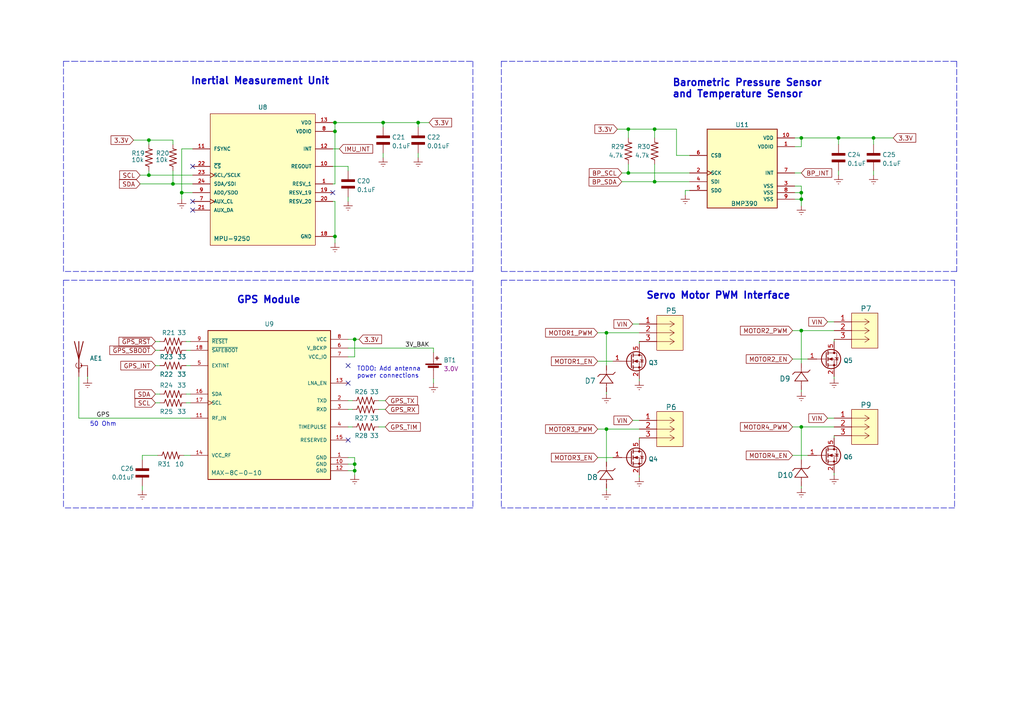
<source format=kicad_sch>
(kicad_sch (version 20211123) (generator eeschema)
  (paper "A4")
  (lib_symbols
    (symbol "Flight-Computer:0734120110" (pin_numbers hide) (pin_names (offset 1.016) hide)
      (property "Reference" "AE" (at -1.905 4.445 0))
      (symbol "0734120110_0_1"
        (arc (start -0.508 -1.143) (mid -0.8429 -2.1194) (end 0 -2.667))
        (arc (start 0 -2.667) (mid 0.7989 -2.1052) (end 0.508 -1.143))
        (polyline (pts (xy 0 -2.54) (xy 0 0)))
        (polyline (pts (xy 0 5.08) (xy 0 -3.81)) (stroke (width 0.254)))
        (polyline (pts (xy 0.762 -1.905) (xy 2.54 -1.905)))
        (polyline (pts (xy 2.54 -2.54) (xy 2.54 -1.905)))
        (polyline (pts (xy 1.27 5.08) (xy 0 0) (xy -1.27 5.08)) (stroke (width 0.254)))
        (circle (center 0.762 -1.905) (radius 0.1778) (fill (type outline)))
      )
      (symbol "0734120110_1_1"
        (pin input line (at 0 -5.08 90) (length 2.54) (name "A") (number "1"))
        (pin input line (at 2.54 -5.08 90) (length 2.54) (name "Shield") (number "2"))
      )
    )
    (symbol "Flight-Computer:440054-3" (pin_names (offset 0.254) hide)
      (property "Reference" "P" (at 7.62 5.08 0))
      (symbol "440054-3_1_1"
        (polyline (pts (xy 10.16 -5.08) (xy 5.08 -5.08)) (stroke (width 0.127)))
        (polyline (pts (xy 10.16 -5.08) (xy 8.89 -5.9182)) (stroke (width 0.127)))
        (polyline (pts (xy 10.16 -5.08) (xy 8.89 -4.2418)) (stroke (width 0.127)))
        (polyline (pts (xy 10.16 -2.54) (xy 5.08 -2.54)) (stroke (width 0.127)))
        (polyline (pts (xy 10.16 -2.54) (xy 8.89 -3.3782)) (stroke (width 0.127)))
        (polyline (pts (xy 10.16 -2.54) (xy 8.89 -1.7018)) (stroke (width 0.127)))
        (polyline (pts (xy 10.16 0) (xy 5.08 0)) (stroke (width 0.127)))
        (polyline (pts (xy 10.16 0) (xy 8.89 -0.8382)) (stroke (width 0.127)))
        (polyline (pts (xy 10.16 0) (xy 8.89 0.8382)) (stroke (width 0.127)))
        (rectangle (start 5.08 2.54) (end 12.7 -7.62) (stroke (width 0.1524)) (fill (type background)))
        (pin passive line (at 0 0 0) (length 5.08) (name "+12V") (number "1"))
        (pin passive line (at 0 -2.54 0) (length 5.08) (name "GND") (number "2"))
        (pin passive line (at 0 -5.08 0) (length 5.08) (name "3") (number "3"))
      )
    )
    (symbol "Flight-Computer:BMP390" (pin_names (offset 1.016))
      (property "Reference" "U" (at -2.54 13.335 0))
      (property "Value" "BMP390" (at -3.81 -9.525 0))
      (symbol "BMP390_0_0"
        (rectangle (start -10.16 -10.16) (end 10.16 12.7) (stroke (width 0.254)) (fill (type background)))
        (pin power_in line (at 15.24 7.62 180) (length 5.08) (name "VDDIO") (number "1"))
        (pin power_in line (at 15.24 10.16 180) (length 5.08) (name "VDD") (number "10"))
        (pin input clock (at -15.24 0 0) (length 5.08) (name "SCK") (number "2"))
        (pin power_in line (at 15.24 -3.81 180) (length 5.08) (name "VSS") (number "3"))
        (pin input line (at -15.24 -2.54 0) (length 5.08) (name "SDI") (number "4"))
        (pin output line (at -15.24 -5.08 0) (length 5.08) (name "SDO") (number "5"))
        (pin input line (at -15.24 5.08 0) (length 5.08) (name "CSB") (number "6"))
        (pin output line (at 15.24 0 180) (length 5.08) (name "INT") (number "7"))
        (pin power_in line (at 15.24 -5.715 180) (length 5.08) (name "VSS") (number "8"))
        (pin power_in line (at 15.24 -7.62 180) (length 5.08) (name "VSS") (number "9"))
      )
    )
    (symbol "Flight-Computer:CAP_0603" (pin_numbers hide) (pin_names (offset 1.016) hide)
      (property "Reference" "C" (at -1.27 3.81 0))
      (property "Value" "CAP_0603" (at -3.81 -3.81 0))
      (symbol "CAP_0603_0_0"
        (rectangle (start -1.27 -1.905) (end -0.635 1.905) (fill (type outline)))
        (rectangle (start 0.635 -1.905) (end 1.27 1.905) (fill (type outline)))
        (pin passive line (at 3.81 0 180) (length 2.54) (name "~") (number "1"))
        (pin passive line (at -3.81 0 0) (length 2.54) (name "~") (number "2"))
      )
    )
    (symbol "Flight-Computer:Earth" (power) (pin_names (offset 0))
      (symbol "Earth_0_1"
        (polyline (pts (xy -0.635 -1.905) (xy 0.635 -1.905)))
        (polyline (pts (xy -0.127 -2.54) (xy 0.127 -2.54)))
        (polyline (pts (xy 0 -1.27) (xy 0 0)))
        (polyline (pts (xy 1.27 -1.27) (xy -1.27 -1.27)))
      )
      (symbol "Earth_1_1"
        (pin power_in line (at 0 0 270) (length 0) hide (name "Earth") (number "1"))
      )
    )
    (symbol "Flight-Computer:MAX-8C-0-10" (pin_names (offset 1.016))
      (property "Reference" "U" (at -1.27 21.59 0))
      (property "Value" "MAX-8C-0-10" (at -17.145 -21.59 0))
      (symbol "MAX-8C-0-10_0_0"
        (rectangle (start -17.78 -22.86) (end 17.78 20.32) (stroke (width 0.254)) (fill (type background)))
        (pin power_in line (at 22.86 -16.51 180) (length 5.08) (name "GND") (number "1"))
        (pin power_in line (at 22.86 -18.415 180) (length 5.08) (name "GND") (number "10"))
        (pin input line (at -22.86 -5.08 0) (length 5.08) (name "RF_IN") (number "11"))
        (pin power_in line (at 22.86 -20.32 180) (length 5.08) (name "GND") (number "12"))
        (pin output line (at 22.86 5.08 180) (length 5.08) (name "LNA_EN") (number "13"))
        (pin power_in line (at -22.86 -15.875 0) (length 5.08) (name "VCC_RF") (number "14"))
        (pin passive line (at 22.86 -11.43 180) (length 5.08) (name "RESERVED") (number "15"))
        (pin bidirectional line (at -22.86 1.905 0) (length 5.08) (name "SDA") (number "16"))
        (pin input clock (at -22.86 -0.635 0) (length 5.08) (name "SCL") (number "17"))
        (pin input line (at -22.86 14.605 0) (length 5.08) (name "~{SAFEBOOT}") (number "18"))
        (pin output line (at 22.86 0 180) (length 5.08) (name "TXD") (number "2"))
        (pin input line (at 22.86 -2.54 180) (length 5.08) (name "RXD") (number "3"))
        (pin output line (at 22.86 -7.62 180) (length 5.08) (name "TIMEPULSE") (number "4"))
        (pin input line (at -22.86 10.16 0) (length 5.08) (name "EXTINT") (number "5"))
        (pin power_in line (at 22.86 15.24 180) (length 5.08) (name "V_BCKP") (number "6"))
        (pin power_in line (at 22.86 12.7 180) (length 5.08) (name "VCC_IO") (number "7"))
        (pin power_in line (at 22.86 17.78 180) (length 5.08) (name "VCC") (number "8"))
        (pin input line (at -22.86 17.145 0) (length 5.08) (name "~{RESET}") (number "9"))
      )
    )
    (symbol "Flight-Computer:MM3Z3V3B" (pin_numbers hide) (pin_names hide)
      (property "Reference" "D" (at -3.81 -3.175 0))
      (symbol "MM3Z3V3B_0_1"
        (polyline (pts (xy -1.905 1.905) (xy -2.54 1.27)) (stroke (width 0.2032)))
        (polyline (pts (xy 1.905 1.905) (xy 2.54 2.54)) (stroke (width 0.2032)))
      )
      (symbol "MM3Z3V3B_1_1"
        (polyline (pts (xy -1.905 -0.635) (xy 1.905 -0.635)) (stroke (width 0.2032)))
        (polyline (pts (xy 0 -1.905) (xy 0 -0.9652)) (stroke (width 0.1524)))
        (polyline (pts (xy 0 -1.27) (xy 0 -0.635)) (stroke (width 0.1524)))
        (polyline (pts (xy 0 1.905) (xy -1.905 -0.635)) (stroke (width 0.2032)))
        (polyline (pts (xy 0 1.905) (xy 0 3.175)) (stroke (width 0.1524)))
        (polyline (pts (xy 1.905 -0.635) (xy 0 1.905)) (stroke (width 0.2032)))
        (polyline (pts (xy 1.905 1.905) (xy -1.905 1.905)) (stroke (width 0.2032)))
        (pin passive line (at 0 4.445 270) (length 1.27) (name "1") (number "1"))
        (pin passive line (at 0 -3.175 90) (length 1.27) (name "2") (number "2"))
      )
    )
    (symbol "Flight-Computer:MPU-9250" (pin_names (offset 1.016))
      (property "Reference" "U" (at -15.2654 20.8534 0))
      (property "Value" "MPU-9250" (at -14.605 -17.145 0))
      (symbol "MPU-9250_0_0"
        (rectangle (start -15.24 -17.78) (end 15.24 20.32) (stroke (width 0.1524)) (fill (type background)))
        (pin passive line (at 20.32 0 180) (length 5.08) (name "RESV_1") (number "1"))
        (pin output line (at 20.32 5.08 180) (length 5.08) (name "REGOUT") (number "10"))
        (pin input line (at -20.32 10.16 0) (length 5.08) (name "FSYNC") (number "11"))
        (pin output line (at 20.32 10.16 180) (length 5.08) (name "INT") (number "12"))
        (pin power_in line (at 20.32 17.78 180) (length 5.08) (name "VDD") (number "13"))
        (pin power_in line (at 20.32 -15.24 180) (length 5.08) (name "GND") (number "18"))
        (pin passive line (at 20.32 -2.54 180) (length 5.08) (name "RESV_19") (number "19"))
        (pin passive line (at 20.32 -5.08 180) (length 5.08) (name "RESV_20") (number "20"))
        (pin input line (at -20.32 -7.62 0) (length 5.08) (name "AUX_DA") (number "21"))
        (pin input line (at -20.32 5.08 0) (length 5.08) (name "~{CS}") (number "22"))
        (pin input clock (at -20.32 2.54 0) (length 5.08) (name "SCL/SCLK") (number "23"))
        (pin bidirectional line (at -20.32 0 0) (length 5.08) (name "SDA/SDI") (number "24"))
        (pin input clock (at -20.32 -5.08 0) (length 5.08) (name "AUX_CL") (number "7"))
        (pin power_in line (at 20.32 15.24 180) (length 5.08) (name "VDDIO") (number "8"))
        (pin output line (at -20.32 -2.54 0) (length 5.08) (name "AD0/SDO") (number "9"))
      )
    )
    (symbol "Flight-Computer:MS614SE-FL28E" (pin_numbers hide) (pin_names (offset 0) hide)
      (property "Reference" "BT" (at 2.54 2.54 0))
      (property "Voltage" "3.0V" (at 4.445 0 0))
      (symbol "MS614SE-FL28E_0_1"
        (rectangle (start -2.286 1.778) (end 2.286 1.524) (fill (type outline)))
        (rectangle (start -1.5748 1.1938) (end 1.4732 0.6858) (fill (type outline)))
        (polyline (pts (xy 0 0.762) (xy 0 0)))
        (polyline (pts (xy 0 1.778) (xy 0 2.54)))
        (polyline (pts (xy 0.508 3.429) (xy 1.524 3.429)) (stroke (width 0.254)))
        (polyline (pts (xy 1.016 3.937) (xy 1.016 2.921)) (stroke (width 0.254)))
      )
      (symbol "MS614SE-FL28E_1_1"
        (pin passive line (at 0 5.08 270) (length 2.54) (name "+") (number "1"))
        (pin passive line (at 0 -2.54 90) (length 2.54) (name "-") (number "2"))
      )
    )
    (symbol "Flight-Computer:QS5U17TR" (pin_names hide)
      (property "Reference" "Q" (at 5.08 1.905 0))
      (symbol "QS5U17TR_0_1"
        (polyline (pts (xy 0.254 0) (xy -2.54 0)))
        (polyline (pts (xy 0.254 1.905) (xy 0.254 -1.905)) (stroke (width 0.254)))
        (polyline (pts (xy 0.762 -1.27) (xy 0.762 -2.286)) (stroke (width 0.254)))
        (polyline (pts (xy 0.762 0.508) (xy 0.762 -0.508)) (stroke (width 0.254)))
        (polyline (pts (xy 0.762 2.286) (xy 0.762 1.27)) (stroke (width 0.254)))
        (polyline (pts (xy 2.54 2.54) (xy 2.54 1.778)))
        (polyline (pts (xy 2.54 -2.54) (xy 2.54 0) (xy 0.762 0)))
        (polyline (pts (xy 0.762 -1.778) (xy 3.302 -1.778) (xy 3.302 1.778) (xy 0.762 1.778)))
        (polyline (pts (xy 1.016 0) (xy 2.032 0.381) (xy 2.032 -0.381) (xy 1.016 0)) (fill (type outline)))
        (polyline (pts (xy 2.794 0.508) (xy 2.921 0.381) (xy 3.683 0.381) (xy 3.81 0.254)))
        (polyline (pts (xy 3.302 0.381) (xy 2.921 -0.254) (xy 3.683 -0.254) (xy 3.302 0.381)))
        (circle (center 1.651 0) (radius 2.794) (stroke (width 0.254)))
        (circle (center 2.54 -1.778) (radius 0.254) (fill (type outline)))
        (circle (center 2.54 1.778) (radius 0.254) (fill (type outline)))
      )
      (symbol "QS5U17TR_1_1"
        (pin input line (at -5.08 0 0) (length 2.54) (name "G") (number "1"))
        (pin passive line (at 2.54 -5.08 90) (length 2.54) (name "S") (number "2"))
        (pin passive line (at 2.54 5.08 270) (length 2.54) (name "D") (number "5"))
      )
    )
    (symbol "Flight-Computer:RES_0603" (pin_numbers hide) (pin_names (offset 1.016) hide)
      (property "Reference" "R" (at -1.27 1.27 0))
      (property "Value" "RES_0603" (at -3.81 -2.54 0))
      (symbol "RES_0603_0_0"
        (polyline (pts (xy -2.54 0) (xy -2.159 1.016)) (stroke (width 0.2032)))
        (polyline (pts (xy -2.159 1.016) (xy -1.524 -1.016)) (stroke (width 0.2032)))
        (polyline (pts (xy -1.524 -1.016) (xy -0.889 1.016)) (stroke (width 0.2032)))
        (polyline (pts (xy -0.889 1.016) (xy -0.254 -1.016)) (stroke (width 0.2032)))
        (polyline (pts (xy -0.254 -1.016) (xy 0.381 1.016)) (stroke (width 0.2032)))
        (polyline (pts (xy 0.381 1.016) (xy 1.016 -1.016)) (stroke (width 0.2032)))
        (polyline (pts (xy 1.016 -1.016) (xy 1.651 1.016)) (stroke (width 0.2032)))
        (polyline (pts (xy 1.651 1.016) (xy 2.286 -1.016)) (stroke (width 0.2032)))
        (polyline (pts (xy 2.286 -1.016) (xy 2.54 0)) (stroke (width 0.2032)))
        (pin passive line (at -3.81 0 0) (length 1.27) (name "~") (number "1"))
        (pin passive line (at 3.81 0 180) (length 1.27) (name "~") (number "2"))
      )
    )
  )
  (junction (at 175.895 124.46))
  (junction (at 97.155 68.58))
  (junction (at 43.18 50.8))
  (junction (at 102.87 98.425))
  (junction (at 232.41 95.885))
  (junction (at 189.865 37.465))
  (junction (at 243.205 40.005))
  (junction (at 232.41 57.785))
  (junction (at 232.41 55.88))
  (junction (at 97.155 38.1))
  (junction (at 232.41 40.005))
  (junction (at 111.125 35.56))
  (junction (at 102.87 134.62))
  (junction (at 253.365 40.005))
  (junction (at 43.18 40.64))
  (junction (at 97.155 35.56))
  (junction (at 50.165 53.34))
  (junction (at 232.41 123.825))
  (junction (at 102.87 136.525))
  (junction (at 175.895 96.52))
  (junction (at 182.245 50.165))
  (junction (at 189.865 52.705))
  (junction (at 182.245 37.465))
  (junction (at 121.285 35.56))
  (junction (at 52.705 55.88))
  (no_connect (at 100.965 106.045))
  (no_connect (at 100.965 127.635))
  (no_connect (at 100.965 111.125))
  (no_connect (at 96.52 55.88))
  (no_connect (at 55.88 48.26))
  (no_connect (at 55.88 58.42))
  (no_connect (at 55.88 60.96))
  (wire (pts (xy 41.275 140.97) (xy 41.275 142.24)))
  (wire (pts (xy 53.975 106.045) (xy 55.245 106.045)))
  (wire (pts (xy 179.07 37.465) (xy 182.245 37.465)))
  (wire (pts (xy 100.965 136.525) (xy 102.87 136.525)))
  (wire (pts (xy 241.935 126.365) (xy 241.935 127)))
  (wire (pts (xy 97.155 68.58) (xy 97.155 70.485)))
  (wire (pts (xy 180.34 52.705) (xy 189.865 52.705)))
  (wire (pts (xy 185.42 109.855) (xy 185.42 110.49)))
  (wire (pts (xy 97.155 58.42) (xy 97.155 68.58)))
  (wire (pts (xy 241.935 98.425) (xy 241.935 99.06)))
  (wire (pts (xy 40.64 50.8) (xy 43.18 50.8)))
  (wire (pts (xy 232.41 40.005) (xy 243.205 40.005)))
  (wire (pts (xy 180.34 50.165) (xy 182.245 50.165)))
  (polyline (pts (xy 137.16 147.32) (xy 18.415 147.32)))
  (wire (pts (xy 40.64 53.34) (xy 50.165 53.34)))
  (wire (pts (xy 196.215 37.465) (xy 196.215 45.085)))
  (wire (pts (xy 230.505 40.005) (xy 232.41 40.005)))
  (wire (pts (xy 45.085 101.6) (xy 46.355 101.6)))
  (wire (pts (xy 45.085 99.06) (xy 46.355 99.06)))
  (wire (pts (xy 102.87 136.525) (xy 102.87 137.795)))
  (wire (pts (xy 97.155 35.56) (xy 111.125 35.56)))
  (wire (pts (xy 96.52 58.42) (xy 97.155 58.42)))
  (wire (pts (xy 52.705 43.18) (xy 52.705 55.88)))
  (wire (pts (xy 229.87 104.14) (xy 234.315 104.14)))
  (polyline (pts (xy 18.415 17.78) (xy 20.955 17.78)))
  (wire (pts (xy 232.41 113.03) (xy 232.41 113.665)))
  (wire (pts (xy 173.355 124.46) (xy 175.895 124.46)))
  (wire (pts (xy 100.965 116.205) (xy 102.235 116.205)))
  (polyline (pts (xy 276.86 81.28) (xy 276.86 147.32)))
  (polyline (pts (xy 18.415 78.74) (xy 18.415 17.78)))
  (wire (pts (xy 232.41 95.885) (xy 241.935 95.885)))
  (wire (pts (xy 102.87 98.425) (xy 104.14 98.425)))
  (wire (pts (xy 100.965 123.825) (xy 102.235 123.825)))
  (wire (pts (xy 229.87 132.08) (xy 234.315 132.08)))
  (wire (pts (xy 241.935 137.16) (xy 241.935 137.795)))
  (wire (pts (xy 96.52 38.1) (xy 97.155 38.1)))
  (wire (pts (xy 185.42 99.06) (xy 185.42 99.695)))
  (wire (pts (xy 243.205 40.005) (xy 253.365 40.005)))
  (wire (pts (xy 50.165 53.34) (xy 55.88 53.34)))
  (wire (pts (xy 55.245 121.285) (xy 22.86 121.285)))
  (wire (pts (xy 97.155 53.34) (xy 97.155 38.1)))
  (wire (pts (xy 45.085 116.84) (xy 46.355 116.84)))
  (wire (pts (xy 121.285 35.56) (xy 124.46 35.56)))
  (wire (pts (xy 200.025 55.245) (xy 198.755 55.245)))
  (wire (pts (xy 229.87 95.885) (xy 232.41 95.885)))
  (wire (pts (xy 175.895 96.52) (xy 185.42 96.52)))
  (wire (pts (xy 198.755 55.245) (xy 198.755 56.515)))
  (wire (pts (xy 50.165 40.64) (xy 50.165 41.91)))
  (wire (pts (xy 45.085 106.045) (xy 46.355 106.045)))
  (wire (pts (xy 100.965 118.745) (xy 102.235 118.745)))
  (wire (pts (xy 230.505 53.975) (xy 232.41 53.975)))
  (polyline (pts (xy 276.86 147.32) (xy 145.415 147.32)))
  (wire (pts (xy 43.18 49.53) (xy 43.18 50.8)))
  (wire (pts (xy 253.365 49.53) (xy 253.365 50.8)))
  (wire (pts (xy 96.52 43.18) (xy 98.425 43.18)))
  (wire (pts (xy 102.87 132.715) (xy 102.87 134.62)))
  (wire (pts (xy 45.085 114.3) (xy 46.355 114.3)))
  (wire (pts (xy 241.935 109.22) (xy 241.935 109.855)))
  (wire (pts (xy 232.41 95.885) (xy 232.41 105.41)))
  (wire (pts (xy 100.965 103.505) (xy 102.87 103.505)))
  (wire (pts (xy 182.245 37.465) (xy 189.865 37.465)))
  (wire (pts (xy 52.705 55.88) (xy 52.705 57.785)))
  (wire (pts (xy 43.18 50.8) (xy 55.88 50.8)))
  (polyline (pts (xy 18.415 81.28) (xy 18.415 147.32)))
  (polyline (pts (xy 145.415 81.28) (xy 145.415 147.32)))
  (wire (pts (xy 183.515 93.98) (xy 185.42 93.98)))
  (wire (pts (xy 100.965 57.15) (xy 100.965 58.42)))
  (wire (pts (xy 109.855 116.205) (xy 111.76 116.205)))
  (wire (pts (xy 232.41 123.825) (xy 232.41 133.35)))
  (wire (pts (xy 100.965 132.715) (xy 102.87 132.715)))
  (wire (pts (xy 121.285 44.45) (xy 121.285 45.72)))
  (wire (pts (xy 55.88 43.18) (xy 52.705 43.18)))
  (wire (pts (xy 102.87 134.62) (xy 102.87 136.525)))
  (wire (pts (xy 232.41 42.545) (xy 232.41 40.005)))
  (wire (pts (xy 183.515 121.92) (xy 185.42 121.92)))
  (wire (pts (xy 243.205 49.53) (xy 243.205 50.8)))
  (wire (pts (xy 125.73 109.855) (xy 125.73 111.125)))
  (polyline (pts (xy 145.415 17.78) (xy 277.495 17.78)))
  (wire (pts (xy 100.965 48.26) (xy 100.965 49.53)))
  (wire (pts (xy 100.965 100.965) (xy 125.73 100.965)))
  (wire (pts (xy 96.52 68.58) (xy 97.155 68.58)))
  (wire (pts (xy 175.895 141.605) (xy 175.895 142.24)))
  (wire (pts (xy 230.505 57.785) (xy 232.41 57.785)))
  (wire (pts (xy 111.125 44.45) (xy 111.125 45.72)))
  (wire (pts (xy 96.52 35.56) (xy 97.155 35.56)))
  (wire (pts (xy 53.975 114.3) (xy 55.245 114.3)))
  (wire (pts (xy 102.87 103.505) (xy 102.87 98.425)))
  (wire (pts (xy 175.895 124.46) (xy 175.895 133.985)))
  (wire (pts (xy 109.855 118.745) (xy 111.76 118.745)))
  (wire (pts (xy 96.52 48.26) (xy 100.965 48.26)))
  (wire (pts (xy 253.365 40.005) (xy 253.365 41.91)))
  (wire (pts (xy 243.205 40.005) (xy 243.205 41.91)))
  (wire (pts (xy 25.4 109.22) (xy 25.4 109.855)))
  (wire (pts (xy 175.895 113.665) (xy 175.895 114.3)))
  (wire (pts (xy 240.03 121.285) (xy 241.935 121.285)))
  (wire (pts (xy 22.86 109.22) (xy 22.86 121.285)))
  (polyline (pts (xy 145.415 81.28) (xy 276.86 81.28)))
  (polyline (pts (xy 137.16 81.28) (xy 137.16 147.32)))
  (wire (pts (xy 173.355 132.715) (xy 177.8 132.715)))
  (wire (pts (xy 230.505 55.88) (xy 232.41 55.88)))
  (wire (pts (xy 109.855 123.825) (xy 111.76 123.825)))
  (wire (pts (xy 175.895 96.52) (xy 175.895 106.045)))
  (wire (pts (xy 229.87 123.825) (xy 232.41 123.825)))
  (wire (pts (xy 53.975 116.84) (xy 55.245 116.84)))
  (wire (pts (xy 53.975 99.06) (xy 55.245 99.06)))
  (wire (pts (xy 232.41 55.88) (xy 232.41 57.785)))
  (wire (pts (xy 232.41 57.785) (xy 232.41 59.69)))
  (wire (pts (xy 121.285 35.56) (xy 121.285 36.83)))
  (polyline (pts (xy 137.16 78.74) (xy 18.415 78.74)))
  (wire (pts (xy 182.245 50.165) (xy 200.025 50.165)))
  (wire (pts (xy 189.865 37.465) (xy 196.215 37.465)))
  (wire (pts (xy 189.865 47.625) (xy 189.865 52.705)))
  (wire (pts (xy 230.505 50.165) (xy 232.41 50.165)))
  (wire (pts (xy 196.215 45.085) (xy 200.025 45.085)))
  (wire (pts (xy 111.125 35.56) (xy 111.125 36.83)))
  (wire (pts (xy 43.18 40.64) (xy 43.18 41.91)))
  (wire (pts (xy 232.41 123.825) (xy 241.935 123.825)))
  (wire (pts (xy 55.88 55.88) (xy 52.705 55.88)))
  (wire (pts (xy 125.73 100.965) (xy 125.73 102.235)))
  (wire (pts (xy 185.42 127) (xy 185.42 127.635)))
  (polyline (pts (xy 18.415 81.28) (xy 137.16 81.28)))
  (wire (pts (xy 53.34 132.08) (xy 55.245 132.08)))
  (wire (pts (xy 253.365 40.005) (xy 259.08 40.005)))
  (polyline (pts (xy 277.495 17.78) (xy 277.495 78.74)))
  (wire (pts (xy 173.355 96.52) (xy 175.895 96.52)))
  (wire (pts (xy 189.865 37.465) (xy 189.865 40.005)))
  (polyline (pts (xy 137.16 17.78) (xy 137.16 78.74)))
  (wire (pts (xy 41.275 132.08) (xy 41.275 133.35)))
  (polyline (pts (xy 145.415 17.78) (xy 145.415 78.74)))
  (wire (pts (xy 38.735 40.64) (xy 43.18 40.64)))
  (polyline (pts (xy 20.955 17.78) (xy 137.16 17.78)))
  (wire (pts (xy 240.03 93.345) (xy 241.935 93.345)))
  (wire (pts (xy 175.895 124.46) (xy 185.42 124.46)))
  (wire (pts (xy 232.41 53.975) (xy 232.41 55.88)))
  (wire (pts (xy 232.41 140.97) (xy 232.41 141.605)))
  (wire (pts (xy 100.965 134.62) (xy 102.87 134.62)))
  (wire (pts (xy 96.52 53.34) (xy 97.155 53.34)))
  (wire (pts (xy 182.245 47.625) (xy 182.245 50.165)))
  (wire (pts (xy 185.42 137.795) (xy 185.42 138.43)))
  (wire (pts (xy 173.355 104.775) (xy 177.8 104.775)))
  (wire (pts (xy 230.505 42.545) (xy 232.41 42.545)))
  (wire (pts (xy 97.155 38.1) (xy 97.155 35.56)))
  (wire (pts (xy 43.18 40.64) (xy 50.165 40.64)))
  (wire (pts (xy 53.975 101.6) (xy 55.245 101.6)))
  (wire (pts (xy 100.965 98.425) (xy 102.87 98.425)))
  (wire (pts (xy 189.865 52.705) (xy 200.025 52.705)))
  (wire (pts (xy 45.72 132.08) (xy 41.275 132.08)))
  (wire (pts (xy 111.125 35.56) (xy 121.285 35.56)))
  (wire (pts (xy 50.165 49.53) (xy 50.165 53.34)))
  (wire (pts (xy 182.245 37.465) (xy 182.245 40.005)))
  (polyline (pts (xy 277.495 78.74) (xy 145.415 78.74)))
  (text "TODO: Add antenna\npower connections" (at 103.505 109.855 0) (effects (font (size 1.27 1.27)) (justify left bottom)))
  (text "Servo Motor PWM Interface" (at 187.325 86.995 0) (effects (font (size 2.032 2.032) bold) (justify left bottom)))
  (text "50 Ohm\n" (at 26.035 123.825 0) (effects (font (size 1.27 1.27)) (justify left bottom)))
  (text "GPS Module" (at 68.58 88.265 0) (effects (font (size 2.032 2.032) bold) (justify left bottom)))
  (text "Barometric Pressure Sensor\nand Temperature Sensor" (at 194.945 28.575 0) (effects (font (size 2.032 2.032) bold) (justify left bottom)))
  (text "Inertial Measurement Unit" (at 55.245 24.765 0) (effects (font (size 2.032 2.032) bold) (justify left bottom)))
  (label "GPS" (at 27.94 121.285 0))
  (label "3V_BAK" (at 117.475 100.965 0))
  (global_label "3.3V" (shape input) (at 104.14 98.425 0) (property "Intersheet References" "${INTERSHEET_REFS}" (effects hide)))
  (global_label "IMU_INT" (shape input) (at 98.425 43.18 0) (property "Intersheet References" "${INTERSHEET_REFS}" (effects hide)))
  (global_label "VIN" (shape input) (at 240.03 121.285 180) (property "Intersheet References" "${INTERSHEET_REFS}" (effects hide)))
  (global_label "3.3V" (shape input) (at 124.46 35.56 0) (property "Intersheet References" "${INTERSHEET_REFS}" (effects hide)))
  (global_label "BP_INT" (shape input) (at 232.41 50.165 0) (property "Intersheet References" "${INTERSHEET_REFS}" (effects hide)))
  (global_label "SCL" (shape input) (at 40.64 50.8 180) (property "Intersheet References" "${INTERSHEET_REFS}" (effects hide)))
  (global_label "3.3V" (shape input) (at 38.735 40.64 180) (property "Intersheet References" "${INTERSHEET_REFS}" (effects hide)))
  (global_label "SDA" (shape input) (at 40.64 53.34 180) (property "Intersheet References" "${INTERSHEET_REFS}" (effects hide)))
  (global_label "SDA" (shape input) (at 45.085 114.3 180) (property "Intersheet References" "${INTERSHEET_REFS}" (effects hide)))
  (global_label "BP_SDA" (shape input) (at 180.34 52.705 180) (property "Intersheet References" "${INTERSHEET_REFS}" (effects hide)))
  (global_label "MOTOR1_EN" (shape input) (at 173.355 104.775 180) (property "Intersheet References" "${INTERSHEET_REFS}" (effects hide)))
  (global_label "GPS_TIM" (shape input) (at 111.76 123.825 0) (property "Intersheet References" "${INTERSHEET_REFS}" (effects hide)))
  (global_label "MOTOR2_PWM" (shape input) (at 229.87 95.885 180) (property "Intersheet References" "${INTERSHEET_REFS}" (effects hide)))
  (global_label "VIN" (shape input) (at 240.03 93.345 180) (property "Intersheet References" "${INTERSHEET_REFS}" (effects hide)))
  (global_label "MOTOR1_PWM" (shape input) (at 173.355 96.52 180) (property "Intersheet References" "${INTERSHEET_REFS}" (effects hide)))
  (global_label "VIN" (shape input) (at 183.515 93.98 180) (property "Intersheet References" "${INTERSHEET_REFS}" (effects hide)))
  (global_label "SCL" (shape input) (at 45.085 116.84 180) (property "Intersheet References" "${INTERSHEET_REFS}" (effects hide)))
  (global_label "GPS_INT" (shape input) (at 45.085 106.045 180) (property "Intersheet References" "${INTERSHEET_REFS}" (effects hide)))
  (global_label "MOTOR3_PWM" (shape input) (at 173.355 124.46 180) (property "Intersheet References" "${INTERSHEET_REFS}" (effects hide)))
  (global_label "MOTOR4_EN" (shape input) (at 229.87 132.08 180) (property "Intersheet References" "${INTERSHEET_REFS}" (effects hide)))
  (global_label "MOTOR3_EN" (shape input) (at 173.355 132.715 180) (property "Intersheet References" "${INTERSHEET_REFS}" (effects hide)))
  (global_label "3.3V" (shape input) (at 259.08 40.005 0) (property "Intersheet References" "${INTERSHEET_REFS}" (effects hide)))
  (global_label "~{GPS_RST}" (shape input) (at 45.085 99.06 180) (property "Intersheet References" "${INTERSHEET_REFS}" (effects hide)))
  (global_label "GPS_TX" (shape input) (at 111.76 116.205 0) (property "Intersheet References" "${INTERSHEET_REFS}" (effects hide)))
  (global_label "MOTOR2_EN" (shape input) (at 229.87 104.14 180) (property "Intersheet References" "${INTERSHEET_REFS}" (effects hide)))
  (global_label "GPS_RX" (shape input) (at 111.76 118.745 0) (property "Intersheet References" "${INTERSHEET_REFS}" (effects hide)))
  (global_label "~{GPS_SBOOT}" (shape input) (at 45.085 101.6 180) (property "Intersheet References" "${INTERSHEET_REFS}" (effects hide)))
  (global_label "3.3V" (shape input) (at 179.07 37.465 180) (property "Intersheet References" "${INTERSHEET_REFS}" (effects hide)))
  (global_label "VIN" (shape input) (at 183.515 121.92 180) (property "Intersheet References" "${INTERSHEET_REFS}" (effects hide)))
  (global_label "BP_SCL" (shape input) (at 180.34 50.165 180) (property "Intersheet References" "${INTERSHEET_REFS}" (effects hide)))
  (global_label "MOTOR4_PWM" (shape input) (at 229.87 123.825 180) (property "Intersheet References" "${INTERSHEET_REFS}" (effects hide)))
  (symbol (lib_id "Flight-Computer:440054-3") (at 241.935 121.285 0) (unit 1)
    (property "Reference" "P9" (at 249.555 117.475 0) (effects (font (size 1.524 1.524)) (justify left)))
    (property "Value" "440054-3" (effects hide))
    (property "Footprint" "CONN_4840.2201_SCH" (effects hide))
  )
  (symbol (lib_id "Flight-Computer:RES_0603") (at 50.165 116.84 0) (unit 1)
    (property "Reference" "R25" (at 48.26 119.38 0))
    (property "Value" "33" (at 52.705 119.38 0))
  )
  (symbol (lib_id "Flight-Computer:Earth") (at 41.275 142.24 0) (unit 1)
    (property "Reference" "#PWR057" (effects hide))
    (property "Value" "Earth" (effects hide))
  )
  (symbol (lib_id "Flight-Computer:440054-3") (at 185.42 93.98 0) (unit 1)
    (property "Reference" "P5" (at 193.04 90.17 0) (effects (font (size 1.524 1.524)) (justify left)))
    (property "Value" "440054-3" (effects hide))
    (property "Footprint" "CONN_4840.2201_SCH" (effects hide))
  )
  (symbol (lib_id "Flight-Computer:Earth") (at 97.155 70.485 0) (unit 1)
    (property "Reference" "#PWR034" (effects hide))
    (property "Value" "Earth" (effects hide))
  )
  (symbol (lib_id "Flight-Computer:Earth") (at 241.935 109.855 0) (unit 1)
    (property "Reference" "#PWR055" (effects hide))
    (property "Value" "Earth" (effects hide))
  )
  (symbol (lib_id "Flight-Computer:440054-3") (at 185.42 121.92 0) (unit 1)
    (property "Reference" "P6" (at 193.04 118.11 0) (effects (font (size 1.524 1.524)) (justify left)))
    (property "Value" "440054-3" (effects hide))
    (property "Footprint" "CONN_4840.2201_SCH" (effects hide))
  )
  (symbol (lib_id "Flight-Computer:Earth") (at 232.41 141.605 0) (unit 1)
    (property "Reference" "#PWR054" (effects hide))
    (property "Value" "Earth" (effects hide))
  )
  (symbol (lib_id "Flight-Computer:Earth") (at 175.895 114.3 0) (unit 1)
    (property "Reference" "#PWR050" (effects hide))
    (property "Value" "Earth" (effects hide))
  )
  (symbol (lib_id "Flight-Computer:QS5U17TR") (at 182.88 104.775 0) (unit 1)
    (property "Reference" "Q3" (at 188.087 105.2088 0) (effects (justify left)))
    (property "Value" "QS5U17TR" (effects hide))
    (property "Footprint" "Package_TO_SOT_THT:TO-92_Inline" (effects hide))
    (property "Datasheet" "https://www.onsemi.com/pub/Collateral/NDS7002A-D.PDF" (effects hide))
  )
  (symbol (lib_id "Flight-Computer:Earth") (at 52.705 57.785 0) (unit 1)
    (property "Reference" "#PWR033" (effects hide))
    (property "Value" "Earth" (effects hide))
  )
  (symbol (lib_id "Flight-Computer:RES_0603") (at 182.245 43.815 90) (unit 1)
    (property "Reference" "R29" (at 177.165 42.545 90) (effects (justify right)))
    (property "Value" "4.7k" (at 176.53 45.085 90) (effects (justify right)))
  )
  (symbol (lib_id "Flight-Computer:CAP_0603") (at 243.205 45.72 90) (unit 1)
    (property "Reference" "C24" (at 245.745 44.8853 90) (effects (justify right)))
    (property "Value" "0.1uF" (at 245.745 47.4222 90) (effects (justify right)))
  )
  (symbol (lib_id "Flight-Computer:Earth") (at 232.41 59.69 0) (unit 1)
    (property "Reference" "#PWR045" (effects hide))
    (property "Value" "Earth" (effects hide))
  )
  (symbol (lib_id "Flight-Computer:RES_0603") (at 189.865 43.815 90) (unit 1)
    (property "Reference" "R30" (at 184.785 42.545 90) (effects (justify right)))
    (property "Value" "4.7k" (at 184.15 45.085 90) (effects (justify right)))
  )
  (symbol (lib_id "Flight-Computer:CAP_0603") (at 111.125 40.64 90) (unit 1)
    (property "Reference" "C21" (at 113.665 39.8053 90) (effects (justify right)))
    (property "Value" "0.1uF" (at 113.665 42.3422 90) (effects (justify right)))
  )
  (symbol (lib_id "Flight-Computer:QS5U17TR") (at 182.88 132.715 0) (unit 1)
    (property "Reference" "Q4" (at 188.087 133.1488 0) (effects (justify left)))
    (property "Value" "QS5U17TR" (effects hide))
    (property "Footprint" "Package_TO_SOT_THT:TO-92_Inline" (effects hide))
    (property "Datasheet" "https://www.onsemi.com/pub/Collateral/NDS7002A-D.PDF" (effects hide))
  )
  (symbol (lib_id "Flight-Computer:RES_0603") (at 49.53 132.08 0) (unit 1)
    (property "Reference" "R31" (at 47.625 134.62 0))
    (property "Value" "10" (at 52.07 134.62 0))
  )
  (symbol (lib_id "Flight-Computer:RES_0603") (at 50.165 101.6 0) (unit 1)
    (property "Reference" "R22" (at 48.26 108.585 0))
    (property "Value" "33" (at 52.705 108.585 0))
  )
  (symbol (lib_id "Flight-Computer:Earth") (at 111.125 45.72 0) (unit 1)
    (property "Reference" "#PWR036" (effects hide))
    (property "Value" "Earth" (effects hide))
  )
  (symbol (lib_id "Flight-Computer:Earth") (at 100.965 58.42 0) (unit 1)
    (property "Reference" "#PWR035" (effects hide))
    (property "Value" "Earth" (effects hide))
  )
  (symbol (lib_id "Flight-Computer:BMP390") (at 215.265 50.165 0) (unit 1)
    (property "Reference" "U11" (at 215.265 36.195 0))
    (property "Value" "BMP390" (at 215.9 59.055 0))
    (property "Footprint" "XDCR_BMP390L" (effects hide))
  )
  (symbol (lib_id "Flight-Computer:RES_0603") (at 106.045 123.825 0) (unit 1)
    (property "Reference" "R28" (at 104.775 126.365 0))
    (property "Value" "33" (at 108.585 126.365 0))
  )
  (symbol (lib_id "Flight-Computer:CAP_0603") (at 121.285 40.64 90) (unit 1)
    (property "Reference" "C22" (at 123.825 39.8053 90) (effects (justify right)))
    (property "Value" "0.01uF" (at 123.825 42.3422 90) (effects (justify right)))
  )
  (symbol (lib_id "Flight-Computer:QS5U17TR") (at 239.395 104.14 0) (unit 1)
    (property "Reference" "Q5" (at 244.602 104.5738 0) (effects (justify left)))
    (property "Value" "QS5U17TR" (effects hide))
    (property "Footprint" "Package_TO_SOT_THT:TO-92_Inline" (effects hide))
    (property "Datasheet" "https://www.onsemi.com/pub/Collateral/NDS7002A-D.PDF" (effects hide))
  )
  (symbol (lib_id "Flight-Computer:Earth") (at 185.42 110.49 0) (unit 1)
    (property "Reference" "#PWR049" (effects hide))
    (property "Value" "Earth" (effects hide))
  )
  (symbol (lib_id "Flight-Computer:Earth") (at 125.73 111.125 0) (unit 1)
    (property "Reference" "#PWR040" (effects hide))
    (property "Value" "Earth" (effects hide))
  )
  (symbol (lib_id "Flight-Computer:Earth") (at 121.285 45.72 0) (unit 1)
    (property "Reference" "#PWR037" (effects hide))
    (property "Value" "Earth" (effects hide))
  )
  (symbol (lib_id "Flight-Computer:RES_0603") (at 50.165 106.045 0) (unit 1)
    (property "Reference" "R23" (at 48.26 103.505 0))
    (property "Value" "33" (at 52.705 103.505 0))
  )
  (symbol (lib_id "Flight-Computer:Earth") (at 175.895 142.24 0) (unit 1)
    (property "Reference" "#PWR051" (effects hide))
    (property "Value" "Earth" (effects hide))
  )
  (symbol (lib_id "Flight-Computer:RES_0603") (at 50.165 114.3 0) (unit 1)
    (property "Reference" "R24" (at 48.26 111.76 0))
    (property "Value" "33" (at 52.705 111.76 0))
  )
  (symbol (lib_id "Flight-Computer:MM3Z3V3B") (at 232.41 137.795 0) (unit 1)
    (property "Reference" "D10" (at 225.425 137.795 0) (effects (font (size 1.524 1.524)) (justify left)))
    (property "Value" "MM3Z3V3B" (effects hide))
  )
  (symbol (lib_id "Flight-Computer:MAX-8C-0-10") (at 78.105 116.205 0) (unit 1)
    (property "Reference" "U9" (at 78.105 93.98 0))
    (property "Value" "MAX-8C-0-10" (at 68.58 137.16 0))
    (property "Footprint" "XCVR_MAX-8C-0-10" (effects hide))
  )
  (symbol (lib_id "Flight-Computer:Earth") (at 241.935 137.795 0) (unit 1)
    (property "Reference" "#PWR056" (effects hide))
    (property "Value" "Earth" (effects hide))
  )
  (symbol (lib_id "Flight-Computer:RES_0603") (at 106.045 118.745 0) (unit 1)
    (property "Reference" "R27" (at 104.775 121.285 0))
    (property "Value" "33" (at 108.585 121.285 0))
  )
  (symbol (lib_id "Flight-Computer:CAP_0603") (at 41.275 137.16 90) (unit 1)
    (property "Reference" "C26" (at 34.925 135.89 90) (effects (justify right)))
    (property "Value" "0.01uF" (at 32.385 138.43 90) (effects (justify right)))
  )
  (symbol (lib_id "Flight-Computer:RES_0603") (at 43.18 45.72 90) (unit 1)
    (property "Reference" "R19" (at 38.1 44.45 90) (effects (justify right)))
    (property "Value" "10k" (at 38.1 46.355 90) (effects (justify right)))
  )
  (symbol (lib_id "Flight-Computer:Earth") (at 243.205 50.8 0) (unit 1)
    (property "Reference" "#PWR046" (effects hide))
    (property "Value" "Earth" (effects hide))
  )
  (symbol (lib_id "Flight-Computer:Earth") (at 198.755 56.515 0) (unit 1)
    (property "Reference" "#PWR048" (effects hide))
    (property "Value" "Earth" (effects hide))
  )
  (symbol (lib_id "Flight-Computer:Earth") (at 232.41 113.665 0) (unit 1)
    (property "Reference" "#PWR053" (effects hide))
    (property "Value" "Earth" (effects hide))
  )
  (symbol (lib_id "Flight-Computer:Earth") (at 253.365 50.8 0) (unit 1)
    (property "Reference" "#PWR047" (effects hide))
    (property "Value" "Earth" (effects hide))
  )
  (symbol (lib_id "Flight-Computer:440054-3") (at 241.935 93.345 0) (unit 1)
    (property "Reference" "P7" (at 249.555 89.535 0) (effects (font (size 1.524 1.524)) (justify left)))
    (property "Value" "440054-3" (effects hide))
    (property "Footprint" "CONN_4840.2201_SCH" (effects hide))
  )
  (symbol (lib_id "Flight-Computer:MM3Z3V3B") (at 175.895 110.49 0) (unit 1)
    (property "Reference" "D7" (at 169.545 110.49 0) (effects (font (size 1.524 1.524)) (justify left)))
    (property "Value" "MM3Z3V3B" (effects hide))
  )
  (symbol (lib_id "Flight-Computer:MM3Z3V3B") (at 232.41 109.855 0) (unit 1)
    (property "Reference" "D9" (at 226.06 109.855 0) (effects (font (size 1.524 1.524)) (justify left)))
    (property "Value" "MM3Z3V3B" (effects hide))
  )
  (symbol (lib_id "Flight-Computer:MM3Z3V3B") (at 175.895 138.43 0) (unit 1)
    (property "Reference" "D8" (at 170.18 138.43 0) (effects (font (size 1.524 1.524)) (justify left)))
    (property "Value" "MM3Z3V3B" (effects hide))
  )
  (symbol (lib_id "Flight-Computer:0734120110") (at 22.86 104.14 0) (unit 1)
    (property "Reference" "AE1" (at 26.035 103.9388 0) (effects (justify left)))
    (property "Value" "0734120110" (effects hide))
  )
  (symbol (lib_id "Flight-Computer:CAP_0603") (at 100.965 53.34 90) (unit 1)
    (property "Reference" "C20" (at 103.505 52.5053 90) (effects (justify right)))
    (property "Value" "0.1uF" (at 103.505 55.0422 90) (effects (justify right)))
  )
  (symbol (lib_id "Flight-Computer:RES_0603") (at 50.165 45.72 90) (unit 1)
    (property "Reference" "R20" (at 45.212 44.45 90) (effects (justify right)))
    (property "Value" "10k" (at 45.085 46.355 90) (effects (justify right)))
  )
  (symbol (lib_id "Flight-Computer:Earth") (at 25.4 109.855 0) (unit 1)
    (property "Reference" "#PWR038" (effects hide))
    (property "Value" "Earth" (effects hide))
  )
  (symbol (lib_id "Flight-Computer:RES_0603") (at 106.045 116.205 0) (unit 1)
    (property "Reference" "R26" (at 104.775 113.665 0))
    (property "Value" "33" (at 108.585 113.665 0))
  )
  (symbol (lib_id "Flight-Computer:Earth") (at 185.42 138.43 0) (unit 1)
    (property "Reference" "#PWR052" (effects hide))
    (property "Value" "Earth" (effects hide))
  )
  (symbol (lib_id "Flight-Computer:QS5U17TR") (at 239.395 132.08 0) (unit 1)
    (property "Reference" "Q6" (at 244.602 132.5138 0) (effects (justify left)))
    (property "Value" "QS5U17TR" (effects hide))
    (property "Footprint" "Package_TO_SOT_THT:TO-92_Inline" (effects hide))
    (property "Datasheet" "https://www.onsemi.com/pub/Collateral/NDS7002A-D.PDF" (effects hide))
  )
  (symbol (lib_id "Flight-Computer:MPU-9250") (at 76.2 53.34 0) (unit 1)
    (property "Reference" "U8" (at 76.2 31.115 0))
    (property "Value" "MPU-9250" (at 67.31 69.215 0))
    (property "Footprint" "QFN40P300X300X105-24N" (effects hide))
  )
  (symbol (lib_id "Flight-Computer:MS614SE-FL28E") (at 125.73 107.315 0) (unit 1)
    (property "Reference" "BT1" (at 128.651 104.4483 0) (effects (justify left)))
    (property "Value" "MS614SE-FL28E" (effects hide))
    (property "Voltage" "3.0V" (at 128.651 106.9852 0) (effects (justify left)))
  )
  (symbol (lib_id "Flight-Computer:CAP_0603") (at 253.365 45.72 90) (unit 1)
    (property "Reference" "C25" (at 255.905 44.8853 90) (effects (justify right)))
    (property "Value" "0.1uF" (at 255.905 47.4222 90) (effects (justify right)))
  )
  (symbol (lib_id "Flight-Computer:RES_0603") (at 50.165 99.06 0) (unit 1)
    (property "Reference" "R21" (at 48.895 96.52 0))
    (property "Value" "33" (at 52.705 96.52 0))
  )
  (symbol (lib_id "Flight-Computer:Earth") (at 102.87 137.795 0) (unit 1)
    (property "Reference" "#PWR039" (effects hide))
    (property "Value" "Earth" (effects hide))
  )
)
</source>
